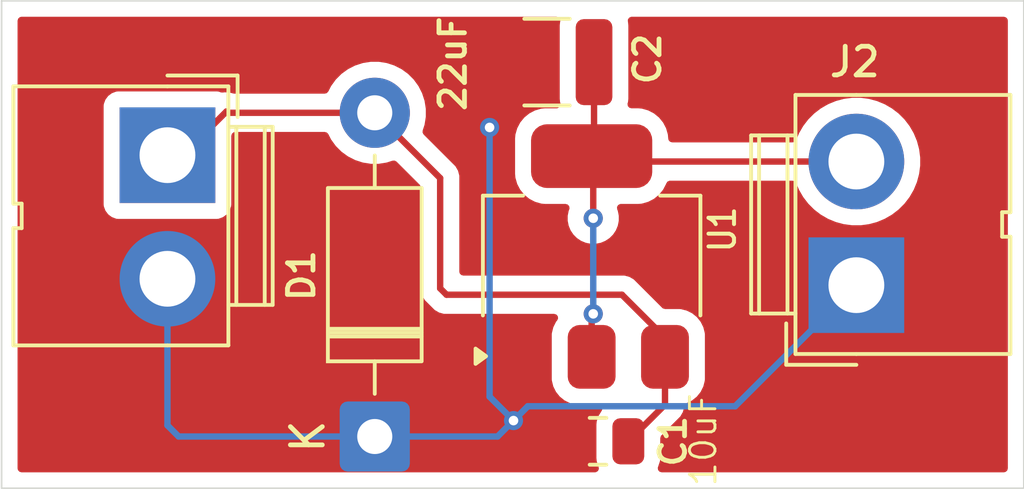
<source format=kicad_pcb>
(kicad_pcb (version 20241229) (generator "pcbnew") (generator_version "9.0")
  (layers (0 "F.Cu" signal) (2 "B.Cu" signal) (13 "F.Paste" user) (15 "B.Paste" user) (5 "F.SilkS" user "F.Silkscreen") (7 "B.SilkS" user "B.Silkscreen") (1 "F.Mask" user) (3 "B.Mask" user) (25 "Edge.Cuts" user))
  (net 0 "")
  (net 1 "GND")
  (net 2 "Net-(J2-Pin_2)")
  (net 3 "Net-(D1-A)")
  (footprint "Connector:JWT_A3963_1x02_P3.96mm_Vertical" (layer "F.Cu") (at 147.5 139.95 90)
    (property "Reference" "J2" (at 7.0075 -0.05 180) (layer "F.SilkS") (effects (font (size 0.9 0.9) (thickness 0.15) (bold yes))))
    (property "Value" "Conn_01x02_Pin" (hide yes))
    (fp_line (start -0.89 -3.3) (end 4.7 -3.3) (stroke (width 0.12)) (layer "F.SilkS"))
    (fp_line (start -0.89 -3.05) (end 4.7 -3.05) (stroke (width 0.12)) (layer "F.SilkS"))
    (fp_line (start -1.2 -2.2) (end -2.5 -2.2) (stroke (width 0.12)) (layer "F.SilkS"))
    (fp_line (start -2.5 -2.2) (end -2.5 0) (stroke (width 0.12)) (layer "F.SilkS"))
    (fp_line (start -0.89 -2.16) (end 4.7 -2.16) (stroke (width 0.12)) (layer "F.SilkS"))
    (fp_line (start 5.97 -1.91) (end 5.97 0) (stroke (width 0.12)) (layer "F.SilkS"))
    (fp_line (start 4.7 -1.91) (end 4.7 -3.3) (stroke (width 0.12)) (layer "F.SilkS"))
    (fp_line (start -0.89 -1.91) (end -0.89 -3.3) (stroke (width 0.12)) (layer "F.SilkS"))
    (fp_line (start -2.16 -1.91) (end 5.97 -1.91) (stroke (width 0.12)) (layer "F.SilkS"))
    (fp_line (start -2.16 -1.91) (end -2.16 0) (stroke (width 0.12)) (layer "F.SilkS"))
    (fp_line (start -2.16 0) (end -2.16 4.83) (stroke (width 0.12)) (layer "F.SilkS"))
    (fp_line (start 2.29 4.57) (end 2.29 4.83) (stroke (width 0.12)) (layer "F.SilkS"))
    (fp_line (start 1.52 4.57) (end 2.29 4.57) (stroke (width 0.12)) (layer "F.SilkS"))
    (fp_line (start 5.97 4.83) (end 5.97 0) (stroke (width 0.12)) (layer "F.SilkS"))
    (fp_line (start 2.29 4.83) (end 5.97 4.83) (stroke (width 0.12)) (layer "F.SilkS"))
    (fp_line (start 1.52 4.83) (end 1.52 4.57) (stroke (width 0.12)) (layer "F.SilkS"))
    (fp_line (start 1.52 4.83) (end -2.16 4.83) (stroke (width 0.12)) (layer "F.SilkS"))
    (pad "1" thru_hole rect (at 0 0 90) (size 3 3) (drill 1.75) (layers "*.Cu" "*.Mask") (net 1 "GND"))
    (pad "2" thru_hole circle (at 3.88 0 90) (size 3 3) (drill 1.75) (layers "*.Cu" "*.Mask") (net 2 "Net-(J2-Pin_2)"))
  )
  (footprint "Diode_THT:D_DO-41_SOD81_P10.16mm_Horizontal" (layer "F.Cu") (at 132.4 144.7 90)
    (property "Reference" "D1" (at 5.05 -2.3 90) (layer "F.SilkS") (effects (font (size 0.8 0.8) (thickness 0.15) (bold yes))))
    (property "Value" "1N5819")
    (fp_line (start 3.38 -1.47) (end 3.38 1.47) (stroke (width 0.12)) (layer "F.SilkS"))
    (fp_line (start 3.26 -1.47) (end 3.26 1.47) (stroke (width 0.12)) (layer "F.SilkS"))
    (fp_line (start 3.14 -1.47) (end 3.14 1.47) (stroke (width 0.12)) (layer "F.SilkS"))
    (fp_line (start 8.82 0) (end 7.8 0) (stroke (width 0.12)) (layer "F.SilkS"))
    (fp_line (start 1.34 0) (end 2.36 0) (stroke (width 0.12)) (layer "F.SilkS"))
    (fp_rect (start 2.36 -1.47) (end 7.8 1.47) (stroke (width 0.12)) (fill no) (layer "F.SilkS"))
    (fp_text user "K" (at 0 -2.1 90) (layer "F.SilkS"))
    (pad "1" thru_hole roundrect (at 0 0 90) (size 2.2 2.2) (drill 1.1) (layers "*.Cu" "*.Mask") (roundrect_rratio 0.113636) (net 1 "GND"))
    (pad "2" thru_hole circle (at 10.16 0 90) (size 2.2 2.2) (drill 1.1) (layers "*.Cu" "*.Mask") (net 3 "Net-(D1-A)"))
  )
  (footprint "Connector:JWT_A3963_1x02_P3.96mm_Vertical" (layer "F.Cu") (at 125.9 135.87 -90)
    (property "Reference" "J1" (hide yes))
    (property "Value" "Conn_01x02_Pin" (hide yes))
    (fp_line (start 1.52 4.83) (end -2.16 4.83) (stroke (width 0.12)) (layer "F.SilkS"))
    (fp_line (start 1.52 4.83) (end 1.52 4.57) (stroke (width 0.12)) (layer "F.SilkS"))
    (fp_line (start 2.29 4.83) (end 5.97 4.83) (stroke (width 0.12)) (layer "F.SilkS"))
    (fp_line (start 5.97 4.83) (end 5.97 0) (stroke (width 0.12)) (layer "F.SilkS"))
    (fp_line (start 1.52 4.57) (end 2.29 4.57) (stroke (width 0.12)) (layer "F.SilkS"))
    (fp_line (start 2.29 4.57) (end 2.29 4.83) (stroke (width 0.12)) (layer "F.SilkS"))
    (fp_line (start -2.16 0) (end -2.16 4.83) (stroke (width 0.12)) (layer "F.SilkS"))
    (fp_line (start -2.16 -1.91) (end -2.16 0) (stroke (width 0.12)) (layer "F.SilkS"))
    (fp_line (start -2.16 -1.91) (end 5.97 -1.91) (stroke (width 0.12)) (layer "F.SilkS"))
    (fp_line (start -0.89 -1.91) (end -0.89 -3.3) (stroke (width 0.12)) (layer "F.SilkS"))
    (fp_line (start 4.7 -1.91) (end 4.7 -3.3) (stroke (width 0.12)) (layer "F.SilkS"))
    (fp_line (start 5.97 -1.91) (end 5.97 0) (stroke (width 0.12)) (layer "F.SilkS"))
    (fp_line (start -0.89 -2.16) (end 4.7 -2.16) (stroke (width 0.12)) (layer "F.SilkS"))
    (fp_line (start -2.5 -2.2) (end -2.5 0) (stroke (width 0.12)) (layer "F.SilkS"))
    (fp_line (start -1.2 -2.2) (end -2.5 -2.2) (stroke (width 0.12)) (layer "F.SilkS"))
    (fp_line (start -0.89 -3.05) (end 4.7 -3.05) (stroke (width 0.12)) (layer "F.SilkS"))
    (fp_line (start -0.89 -3.3) (end 4.7 -3.3) (stroke (width 0.12)) (layer "F.SilkS"))
    (pad "1" thru_hole rect (at 0 0 270) (size 3 3) (drill 1.75) (layers "*.Cu" "*.Mask") (net 3 "Net-(D1-A)"))
    (pad "2" thru_hole circle (at 3.88 0 270) (size 3 3) (drill 1.75) (layers "*.Cu" "*.Mask") (net 1 "GND"))
  )
  (footprint "Capacitor_SMD:C_1210_3225Metric" (layer "F.Cu") (at 137.8 132.95 180)
    (property "Reference" "C2" (at -3.15 0.1 90) (layer "F.SilkS") (effects (font (size 0.8 0.8) (thickness 0.15) (bold yes))))
    (property "Value" "22uF" (at 2.95 -0.05 90) (layer "F.SilkS") (effects (font (size 0.8 0.8) (thickness 0.15) (bold yes))))
    (fp_line (start -0.711252 1.36) (end 0.711252 1.36) (stroke (width 0.12)) (layer "F.SilkS"))
    (fp_line (start -0.711252 -1.36) (end 0.711252 -1.36) (stroke (width 0.12)) (layer "F.SilkS"))
    (pad "1" smd roundrect (at -1.475 0 180) (size 1.15 2.7) (layers "F.Cu" "F.Mask" "F.Paste") (roundrect_rratio 0.217391) (net 2 "Net-(J2-Pin_2)"))
    (pad "2" smd roundrect (at 1.475 0 180) (size 1.15 2.7) (layers "F.Cu" "F.Mask" "F.Paste") (roundrect_rratio 0.217391) (net 1 "GND"))
  )
  (footprint "Package_TO_SOT_SMD:SOT-223-3_TabPin2" (layer "F.Cu") (at 139.2 139.05 90)
    (property "Reference" "U1" (at 0.85 4.1 90) (layer "F.SilkS") (effects (font (size 0.8 0.7) (thickness 0.125) (bold yes))))
    (property "Value" "AMS1117")
    (fp_line (start 1.91 -3.41) (end 1.91 -2.15) (stroke (width 0.12)) (layer "F.SilkS"))
    (fp_line (start -1.85 -3.41) (end 1.91 -3.41) (stroke (width 0.12)) (layer "F.SilkS"))
    (fp_line (start 1.91 3.41) (end 1.91 2.15) (stroke (width 0.12)) (layer "F.SilkS"))
    (fp_line (start -1.85 3.41) (end 1.91 3.41) (stroke (width 0.12)) (layer "F.SilkS"))
    (fp_poly (pts (xy -3.13 -3.31) (xy -3.37 -3.64) (xy -2.89 -3.64) (xy -3.13 -3.31)) (stroke (width 0.12)) (fill yes) (layer "F.SilkS"))
    (pad "1" smd roundrect (at -3.15 -2.3 90) (size 2 1.5) (layers "F.Cu" "F.Mask" "F.Paste") (net 1 "GND"))
    (pad "2" smd roundrect (at -3.15 0 90) (size 2 1.5) (layers "F.Cu" "F.Mask" "F.Paste") (net 2 "Net-(J2-Pin_2)"))
    (pad "2" smd roundrect (at 3.15 0 90) (size 2 3.8) (layers "F.Cu" "F.Mask" "F.Paste") (net 2 "Net-(J2-Pin_2)"))
    (pad "3" smd roundrect (at -3.15 2.3 90) (size 2 1.5) (layers "F.Cu" "F.Mask" "F.Paste") (net 3 "Net-(D1-A)"))
  )
  (footprint "Capacitor_SMD:C_0805_2012Metric" (layer "F.Cu") (at 139.4 144.85 180)
    (property "Reference" "C1" (at -2.35 0 90) (layer "F.SilkS") (effects (font (size 0.8 0.8) (thickness 0.15) (bold yes))))
    (property "Value" "10uF" (at -3.3 0.05 90) (layer "F.SilkS") (effects (font (size 0.8 0.8) (thickness 0.09))))
    (fp_line (start -0.261252 0.735) (end 0.261252 0.735) (stroke (width 0.12)) (layer "F.SilkS"))
    (fp_line (start -0.261252 -0.735) (end 0.261252 -0.735) (stroke (width 0.12)) (layer "F.SilkS"))
    (pad "1" smd roundrect (at -0.95 0 180) (size 1 1.45) (layers "F.Cu" "F.Mask" "F.Paste") (net 3 "Net-(D1-A)"))
    (pad "2" smd roundrect (at 0.95 0 180) (size 1 1.45) (layers "F.Cu" "F.Mask" "F.Paste") (net 1 "GND"))
  )
  (gr_rect (start 120.7 131.025) (end 152.75 146.325) (stroke (width 0.05)) (fill no) (layer "Edge.Cuts"))
  (segment (start 136.325 132.95) (end 136.325 134.675) (width 0.2) (layer "F.Cu") (net 1))
  (segment (start 136.9 142.2) (end 136.9 144.05) (width 0.2) (layer "F.Cu") (net 1))
  (segment (start 137.8 144.2) (end 136.75 144.2) (width 0.2) (layer "F.Cu") (net 1))
  (segment (start 136.9 144.05) (end 136.75 144.2) (width 0.2) (layer "F.Cu") (net 1))
  (segment (start 136.325 134.675) (end 136 135) (width 0.2) (layer "F.Cu") (net 1))
  (segment (start 138.45 144.85) (end 137.8 144.2) (width 0.2) (layer "F.Cu") (net 1))
  (via (at 136.75 144.2) (size 0.6) (drill 0.3) (layers "F.Cu" "B.Cu") (net 1))
  (via (at 136 135) (size 0.6) (drill 0.3) (layers "F.Cu" "B.Cu") (net 1))
  (segment (start 137.2 143.75) (end 136.75 144.2) (width 0.2) (layer "B.Cu") (net 1))
  (segment (start 136.25 144.7) (end 136.75 144.2) (width 0.2) (layer "B.Cu") (net 1))
  (segment (start 136.75 144.2) (end 136 143.45) (width 0.2) (layer "B.Cu") (net 1))
  (segment (start 125.9 144.35) (end 126.25 144.7) (width 0.2) (layer "B.Cu") (net 1))
  (segment (start 132.4 144.7) (end 136.25 144.7) (width 0.2) (layer "B.Cu") (net 1))
  (segment (start 143.7 143.75) (end 137.2 143.75) (width 0.2) (layer "B.Cu") (net 1))
  (segment (start 136 143.45) (end 136 135) (width 0.2) (layer "B.Cu") (net 1))
  (segment (start 147.5 139.95) (end 143.7 143.75) (width 0.2) (layer "B.Cu") (net 1))
  (segment (start 125.9 139.75) (end 125.9 144.35) (width 0.2) (layer "B.Cu") (net 1))
  (segment (start 126.25 144.7) (end 132.4 144.7) (width 0.2) (layer "B.Cu") (net 1))
  (segment (start 147.5 136.07) (end 139.37 136.07) (width 0.2) (layer "F.Cu") (net 2))
  (segment (start 139.2 140.9) (end 139.25 140.85) (width 0.2) (layer "F.Cu") (net 2))
  (segment (start 139.275 135.825) (end 139.2 135.9) (width 0.2) (layer "F.Cu") (net 2))
  (segment (start 139.37 136.07) (end 139.2 135.9) (width 0.2) (layer "F.Cu") (net 2))
  (segment (start 139.25 137.85) (end 139.25 135.95) (width 0.2) (layer "F.Cu") (net 2))
  (segment (start 139.25 135.95) (end 139.2 135.9) (width 0.2) (layer "F.Cu") (net 2))
  (segment (start 139.2 142.2) (end 139.2 140.9) (width 0.2) (layer "F.Cu") (net 2))
  (segment (start 139.275 132.95) (end 139.275 135.825) (width 0.2) (layer "F.Cu") (net 2))
  (via (at 139.25 137.85) (size 0.6) (drill 0.3) (layers "F.Cu" "B.Cu") (net 2))
  (via (at 139.25 140.85) (size 0.6) (drill 0.3) (layers "F.Cu" "B.Cu") (net 2))
  (segment (start 139.25 140.85) (end 139.25 137.85) (width 0.2) (layer "B.Cu") (net 2))
  (segment (start 141.5 142.2) (end 141.5 143.7) (width 0.2) (layer "F.Cu") (net 3))
  (segment (start 134.45 136.59) (end 134.45 140.05) (width 0.2) (layer "F.Cu") (net 3))
  (segment (start 127.79 134.54) (end 132.4 134.54) (width 0.2) (layer "F.Cu") (net 3))
  (segment (start 141.5 141.6) (end 141.5 142.2) (width 0.2) (layer "F.Cu") (net 3))
  (segment (start 134.65 140.25) (end 140.15 140.25) (width 0.2) (layer "F.Cu") (net 3))
  (segment (start 127.75 134.5) (end 127.79 134.54) (width 0.2) (layer "F.Cu") (net 3))
  (segment (start 132.4 134.54) (end 134.45 136.59) (width 0.2) (layer "F.Cu") (net 3))
  (segment (start 125.9 135.87) (end 126.38 135.87) (width 0.2) (layer "F.Cu") (net 3))
  (segment (start 141.5 143.7) (end 140.35 144.85) (width 0.2) (layer "F.Cu") (net 3))
  (segment (start 126.38 135.87) (end 127.75 134.5) (width 0.2) (layer "F.Cu") (net 3))
  (segment (start 140.15 140.25) (end 141.5 141.6) (width 0.2) (layer "F.Cu") (net 3))
  (segment (start 134.45 140.05) (end 134.65 140.25) (width 0.2) (layer "F.Cu") (net 3))
  (zone (net 1) (net_name "GND") (layer "F.Cu") (connect_pads yes (clearance 0.5)) (min_thickness 0.25) (fill yes (thermal_gap 0.5) (thermal_bridge_width 0.5))
    (polygon (pts (xy 120.75 131) (xy 152.7 131.05) (xy 152.75 146.3) (xy 120.65 146.3) (xy 120.7 131.05)))
  )
)
</source>
